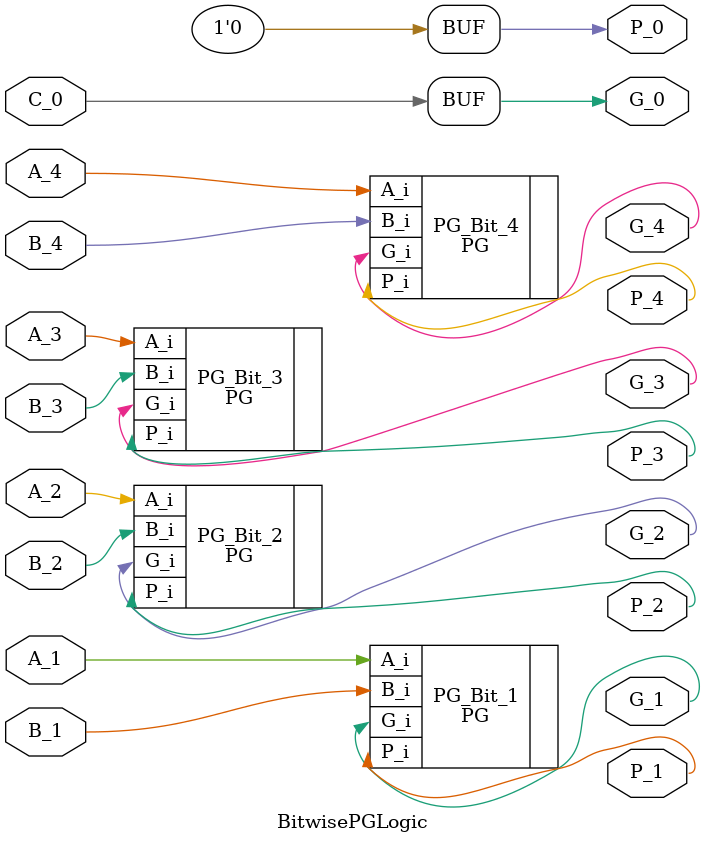
<source format=v>
module BitwisePGLogic ( A_1,B_1,A_2,B_2,A_3,B_3,A_4,B_4,C_0,P_0,G_0,P_1,G_1,P_2,G_2,P_3,G_3,P_4,G_4 );
input A_1;
input B_1;
input A_2;
input B_2;
input A_3;
input B_3;
input A_4;
input B_4;
input C_0;
output P_0;
output G_0;
output P_1;
output G_1;
output P_2;
output G_2;
output P_3;
output G_3;
output P_4;
output G_4;
// Bit 0
assign P_0 = 0 ;
assign G_0 = C_0 ;
// Bit 1
PG PG_Bit_1(.A_i(A_1),.B_i(B_1),.P_i(P_1),.G_i(G_1));
// Bit 2
PG PG_Bit_2(.A_i(A_2),.B_i(B_2),.P_i(P_2),.G_i(G_2));
// Bit 3
PG PG_Bit_3(.A_i(A_3),.B_i(B_3),.P_i(P_3),.G_i(G_3));
// Bit 4
PG PG_Bit_4(.A_i(A_4),.B_i(B_4),.P_i(P_4),.G_i(G_4));
endmodule

</source>
